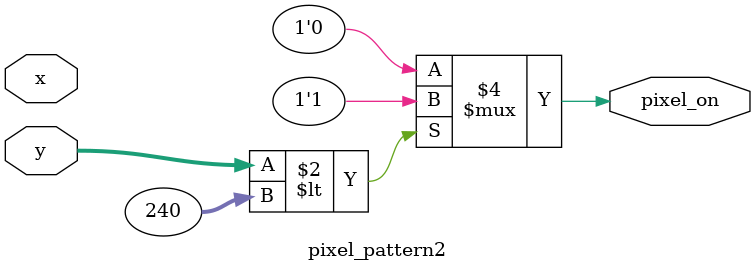
<source format=v>
module pixel_pattern2(
    input wire [9:0] x,
    input wire [9:0] y,
    output reg pixel_on            
    );

    always @(*)
    begin
        // Top-left quadrant (x < 320 and y < 240) or bottom-right quadrant (x >= 320 and y >= 240)
        if (y<240) begin
            pixel_on = 1;  // Turn on the pixel
				
        end else begin
            pixel_on = 0;  // Turn off the pixel
		end
    end

endmodule
</source>
